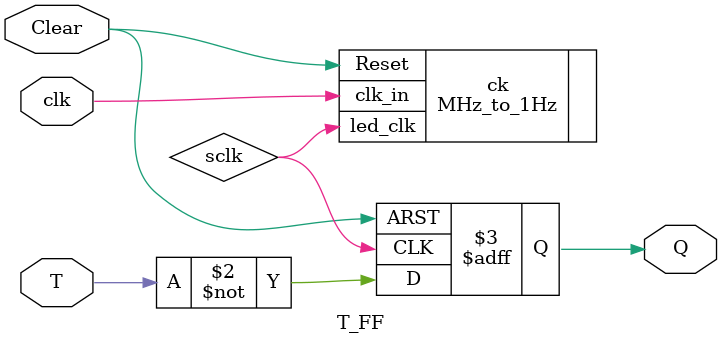
<source format=v>
module T_FF(Q, clk, Clear, T);

    output Q;
    input T, clk, Clear;
    
    reg Q;
    wire sclk;
    
    MHz_to_1Hz ck(.clk_in(clk), .led_clk(sclk), .Reset(Clear));
    
    always @(posedge sclk or posedge Clear)
        begin
            if(Clear)
                Q <= 1'b0;
            else
                Q <= ~T;
        end

endmodule

</source>
